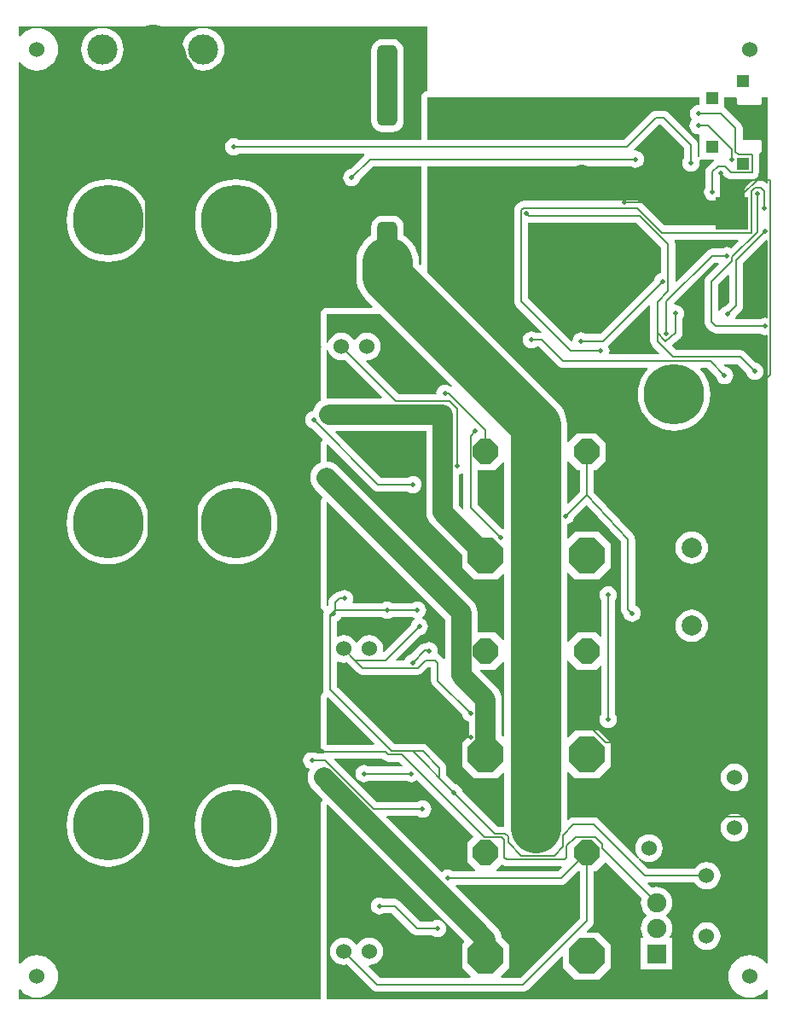
<source format=gbl>
G04 Layer_Physical_Order=2*
G04 Layer_Color=11436288*
%FSLAX24Y24*%
%MOIN*%
G70*
G01*
G75*
%ADD32C,0.0067*%
%ADD33C,0.0787*%
%ADD34C,0.1969*%
%ADD40C,0.1181*%
%ADD41C,0.0600*%
%ADD42C,0.2756*%
%ADD43C,0.2362*%
%ADD44C,0.0787*%
%ADD45P,0.1065X8X292.5*%
%ADD46P,0.1492X8X292.5*%
%ADD47C,0.1000*%
%ADD48C,0.0750*%
%ADD49R,0.0750X0.0750*%
G04:AMPARAMS|DCode=50|XSize=315mil|YSize=78.7mil|CornerRadius=19.7mil|HoleSize=0mil|Usage=FLASHONLY|Rotation=270.000|XOffset=0mil|YOffset=0mil|HoleType=Round|Shape=RoundedRectangle|*
%AMROUNDEDRECTD50*
21,1,0.3150,0.0394,0,0,270.0*
21,1,0.2756,0.0787,0,0,270.0*
1,1,0.0394,-0.0197,-0.1378*
1,1,0.0394,-0.0197,0.1378*
1,1,0.0394,0.0197,0.1378*
1,1,0.0394,0.0197,-0.1378*
%
%ADD50ROUNDEDRECTD50*%
%ADD51R,0.0500X0.0500*%
%ADD52C,0.0197*%
%ADD53C,0.0500*%
%ADD54C,0.0236*%
%ADD55R,0.1300X0.1300*%
G36*
X27498Y30683D02*
Y29350D01*
X27505Y29293D01*
X27462Y29267D01*
X27461Y29267D01*
X27306Y29422D01*
Y30641D01*
X27327Y30644D01*
X27409Y30678D01*
X27448Y30708D01*
X27498Y30683D01*
D02*
G37*
G36*
X29091Y31086D02*
Y28513D01*
X29061Y28493D01*
X29041Y28487D01*
X29014Y28490D01*
X28042Y29463D01*
Y30790D01*
X28729D01*
X29045Y31105D01*
X29091Y31086D01*
D02*
G37*
G36*
X25531Y25038D02*
X25570Y25022D01*
X25578Y24964D01*
X25531Y24929D01*
X25478Y24859D01*
X25444Y24777D01*
X25440Y24744D01*
X24394Y23699D01*
X24347Y23722D01*
X24360Y23819D01*
X24341Y23959D01*
X24287Y24089D01*
X24201Y24201D01*
X24089Y24287D01*
X23959Y24341D01*
X23819Y24360D01*
X23679Y24341D01*
X23548Y24287D01*
X23436Y24201D01*
X23351Y24089D01*
X23344Y24073D01*
X23294D01*
X23287Y24089D01*
X23201Y24201D01*
X23089Y24287D01*
X22959Y24341D01*
X22819Y24360D01*
X22679Y24341D01*
X22598Y24308D01*
X22557Y24336D01*
Y24895D01*
X22579Y24905D01*
X22649Y24958D01*
X22702Y25028D01*
X22715Y25058D01*
X24313D01*
X24339Y25038D01*
X24421Y25004D01*
X24508Y24992D01*
X24595Y25004D01*
X24677Y25038D01*
X24703Y25058D01*
X25505D01*
X25531Y25038D01*
D02*
G37*
G36*
X22198Y35490D02*
X22252Y35359D01*
X22338Y35247D01*
X22450Y35162D01*
X22580Y35108D01*
X22720Y35089D01*
X22858Y35107D01*
X24314Y33652D01*
X24295Y33605D01*
X22244D01*
X22183Y33599D01*
X22146Y33633D01*
Y35505D01*
X22196Y35508D01*
X22198Y35490D01*
D02*
G37*
G36*
X26040Y29160D02*
Y29160D01*
Y29160D01*
X26045Y29116D01*
X26052Y29036D01*
X26088Y28918D01*
X26088Y28918D01*
X26147Y28808D01*
X26188Y28758D01*
X26226Y28712D01*
X26226Y28712D01*
X27440Y27498D01*
Y27006D01*
X27902Y26543D01*
X28828D01*
X29045Y26760D01*
X29091Y26741D01*
Y24693D01*
Y24175D01*
X29045Y24155D01*
X28729Y24471D01*
X28045D01*
Y25245D01*
X28033Y25369D01*
X27997Y25488D01*
X27938Y25597D01*
X27860Y25693D01*
X27860Y25693D01*
X22593Y30959D01*
X22497Y31038D01*
X22388Y31097D01*
X22269Y31133D01*
X22146Y31145D01*
Y31804D01*
X22192Y31823D01*
X23968Y30048D01*
X24024Y30004D01*
X24090Y29977D01*
X24160Y29968D01*
X25335D01*
X25361Y29948D01*
X25443Y29914D01*
X25530Y29902D01*
X25617Y29914D01*
X25699Y29948D01*
X25769Y30001D01*
X25822Y30071D01*
X25856Y30153D01*
X25868Y30240D01*
X25856Y30327D01*
X25822Y30409D01*
X25769Y30479D01*
X25699Y30532D01*
X25617Y30566D01*
X25530Y30578D01*
X25443Y30566D01*
X25361Y30532D01*
X25335Y30512D01*
X24273D01*
X22491Y32293D01*
X22511Y32339D01*
X26040D01*
Y29160D01*
D02*
G37*
G36*
X31951Y30790D02*
X32043D01*
Y29954D01*
X31585Y29496D01*
X31539Y29515D01*
Y31148D01*
X31589Y31151D01*
X31951Y30790D01*
D02*
G37*
G36*
X26779Y24983D02*
Y23436D01*
X26754Y23425D01*
X26729Y23423D01*
X26691Y23472D01*
X26592Y23571D01*
X26536Y23614D01*
X26500Y23629D01*
X26486Y23663D01*
X26498Y23750D01*
X26486Y23837D01*
X26452Y23919D01*
X26399Y23989D01*
X26329Y24042D01*
X26247Y24076D01*
X26160Y24088D01*
X26073Y24076D01*
X25991Y24042D01*
X25975Y24030D01*
X25928Y24024D01*
X25920Y24023D01*
X25892Y24011D01*
X25854Y23996D01*
X25841Y23986D01*
X25798Y23952D01*
X25798Y23952D01*
X25456Y23610D01*
X25423Y23606D01*
X25341Y23572D01*
X25271Y23519D01*
X25218Y23449D01*
X25184Y23367D01*
X25182Y23353D01*
X24883D01*
X24864Y23399D01*
X25824Y24360D01*
X25857Y24364D01*
X25939Y24398D01*
X26009Y24451D01*
X26062Y24521D01*
X26096Y24603D01*
X26108Y24690D01*
X26096Y24777D01*
X26062Y24859D01*
X26009Y24929D01*
X25939Y24982D01*
X25900Y24998D01*
X25892Y25056D01*
X25939Y25091D01*
X25992Y25161D01*
X26026Y25243D01*
X26038Y25330D01*
X26026Y25417D01*
X25992Y25499D01*
X25939Y25569D01*
X25869Y25622D01*
X25787Y25656D01*
X25700Y25668D01*
X25613Y25656D01*
X25531Y25622D01*
X25505Y25602D01*
X24703D01*
X24677Y25622D01*
X24595Y25656D01*
X24508Y25668D01*
X24421Y25656D01*
X24339Y25622D01*
X24313Y25602D01*
X23184D01*
X23151Y25652D01*
X23171Y25700D01*
X23182Y25787D01*
X23171Y25875D01*
X23137Y25956D01*
X23083Y26026D01*
X23013Y26080D01*
X22932Y26113D01*
X22844Y26125D01*
X22757Y26113D01*
X22676Y26080D01*
X22649Y26059D01*
X22638D01*
X22567Y26050D01*
X22502Y26023D01*
X22445Y25980D01*
X22288Y25822D01*
X22244Y25766D01*
X22217Y25700D01*
X22208Y25630D01*
Y25504D01*
X22196Y25496D01*
X22146Y25524D01*
Y29551D01*
X22192Y29570D01*
X26779Y24983D01*
D02*
G37*
G36*
X22679Y23296D02*
X22819Y23278D01*
X22957Y23296D01*
X23067Y23186D01*
X23364Y22889D01*
X23364Y22889D01*
X23408Y22856D01*
X23421Y22846D01*
X23459Y22830D01*
X23486Y22818D01*
X23494Y22817D01*
X23557Y22809D01*
X23557Y22809D01*
X25709D01*
X25779Y22818D01*
X25845Y22846D01*
X25901Y22889D01*
X26119Y23107D01*
X26227D01*
Y22581D01*
X26236Y22511D01*
X26263Y22445D01*
X26306Y22389D01*
X27440Y21256D01*
X27444Y21223D01*
X27478Y21141D01*
X27531Y21071D01*
X27601Y21018D01*
X27683Y20984D01*
X27732Y20977D01*
Y20447D01*
X27440Y20155D01*
Y19230D01*
X27902Y18767D01*
X28828D01*
X29045Y18984D01*
X29091Y18965D01*
Y16866D01*
X28840D01*
X27462Y18244D01*
X27455Y18296D01*
X27421Y18377D01*
X27367Y18447D01*
X27297Y18501D01*
X27216Y18535D01*
X27183Y18539D01*
X26830Y18892D01*
Y19169D01*
X26821Y19239D01*
X26794Y19305D01*
X26751Y19361D01*
X26098Y20014D01*
X26042Y20057D01*
X25976Y20084D01*
X25906Y20093D01*
X24804D01*
X22557Y22340D01*
Y23302D01*
X22598Y23330D01*
X22679Y23296D01*
D02*
G37*
G36*
X29040Y15364D02*
X29106Y15337D01*
X29176Y15328D01*
X31324D01*
X31344Y15282D01*
X31194Y15132D01*
X28792D01*
X28771Y15182D01*
X28991Y15402D01*
X29040Y15364D01*
D02*
G37*
G36*
X32043Y13298D02*
X29717Y10972D01*
X28972D01*
X28952Y11018D01*
X29290Y11356D01*
Y12281D01*
X28988Y12583D01*
X28986Y12605D01*
X28950Y12724D01*
X28891Y12833D01*
X28813Y12929D01*
X28813Y12929D01*
X27200Y14542D01*
X27219Y14588D01*
X31306D01*
X31377Y14597D01*
X31442Y14624D01*
X31499Y14668D01*
X31971Y15140D01*
X32043D01*
Y13298D01*
D02*
G37*
G36*
X29091Y23310D02*
Y20420D01*
X29045Y20401D01*
X28998Y20447D01*
Y21837D01*
X28986Y21960D01*
X28950Y22079D01*
X28891Y22189D01*
X28813Y22285D01*
X28129Y22968D01*
X28148Y23014D01*
X28729D01*
X29045Y23330D01*
X29091Y23310D01*
D02*
G37*
G36*
X24005Y20121D02*
X23986Y20075D01*
X22146D01*
Y21916D01*
X22192Y21935D01*
X24005Y20121D01*
D02*
G37*
G36*
X24365Y19495D02*
X24365Y19495D01*
X24421Y19452D01*
X24487Y19425D01*
X24557Y19415D01*
X24983D01*
X25131Y19268D01*
X25111Y19222D01*
X23805D01*
X23779Y19242D01*
X23697Y19276D01*
X23610Y19288D01*
X23523Y19276D01*
X23441Y19242D01*
X23371Y19189D01*
X23318Y19119D01*
X23284Y19037D01*
X23272Y18950D01*
X23284Y18863D01*
X23318Y18781D01*
X23371Y18711D01*
X23441Y18658D01*
X23523Y18624D01*
X23610Y18612D01*
X23697Y18624D01*
X23779Y18658D01*
X23805Y18678D01*
X25270D01*
X25296Y18658D01*
X25378Y18624D01*
X25465Y18612D01*
X25552Y18624D01*
X25634Y18658D01*
X25695Y18704D01*
X27901Y16497D01*
X27637Y16233D01*
Y15504D01*
X27959Y15182D01*
X27938Y15132D01*
X27075D01*
X27049Y15152D01*
X26967Y15186D01*
X26880Y15198D01*
X26793Y15186D01*
X26711Y15152D01*
X26642Y15099D01*
X24495Y17247D01*
X24514Y17293D01*
X25705D01*
X25731Y17273D01*
X25813Y17239D01*
X25900Y17227D01*
X25987Y17239D01*
X26069Y17273D01*
X26139Y17326D01*
X26192Y17396D01*
X26226Y17478D01*
X26238Y17565D01*
X26226Y17652D01*
X26192Y17734D01*
X26139Y17804D01*
X26069Y17857D01*
X25987Y17891D01*
X25900Y17902D01*
X25813Y17891D01*
X25731Y17857D01*
X25705Y17837D01*
X24093D01*
X22445Y19485D01*
X22464Y19531D01*
X24329D01*
X24365Y19495D01*
D02*
G37*
G36*
X27053Y34098D02*
X27024Y34055D01*
X26982Y34073D01*
X26979Y34073D01*
X26941Y34102D01*
X26859Y34136D01*
X26772Y34148D01*
X26685Y34136D01*
X26603Y34102D01*
X26533Y34049D01*
X26480Y33979D01*
X26446Y33897D01*
X26434Y33810D01*
X26436Y33800D01*
X26403Y33762D01*
X24973D01*
X23690Y35045D01*
X23712Y35090D01*
X23720Y35089D01*
X23860Y35108D01*
X23991Y35162D01*
X24103Y35247D01*
X24189Y35359D01*
X24243Y35490D01*
X24261Y35630D01*
X24243Y35770D01*
X24189Y35900D01*
X24103Y36012D01*
X23991Y36098D01*
X23860Y36152D01*
X23720Y36171D01*
X23581Y36152D01*
X23450Y36098D01*
X23338Y36012D01*
X23252Y35900D01*
X23245Y35884D01*
X23195D01*
X23189Y35900D01*
X23103Y36012D01*
X22991Y36098D01*
X22860Y36152D01*
X22720Y36171D01*
X22580Y36152D01*
X22450Y36098D01*
X22338Y36012D01*
X22252Y35900D01*
X22198Y35770D01*
X22196Y35752D01*
X22146Y35755D01*
Y36909D01*
X24241D01*
X27053Y34098D01*
D02*
G37*
G36*
X36718Y45103D02*
X36690Y45078D01*
X36603Y45066D01*
X36521Y45032D01*
X36451Y44979D01*
X36398Y44909D01*
X36364Y44827D01*
X36352Y44740D01*
X36364Y44653D01*
X36398Y44571D01*
X36435Y44523D01*
X36431Y44498D01*
X36378Y44429D01*
X36344Y44347D01*
X36332Y44260D01*
X36344Y44172D01*
X36378Y44091D01*
X36431Y44021D01*
X36501Y43967D01*
X36583Y43934D01*
X36670Y43922D01*
X36718Y43878D01*
Y43051D01*
X36669Y43025D01*
X36662Y43030D01*
Y43509D01*
X36653Y43579D01*
X36626Y43645D01*
X36582Y43701D01*
X35521Y44762D01*
X35465Y44806D01*
X35399Y44833D01*
X35329Y44842D01*
X35020D01*
X35020Y44842D01*
X34958Y44834D01*
X34950Y44833D01*
X34922Y44822D01*
X34884Y44806D01*
X34828Y44762D01*
X33767Y43702D01*
X26083D01*
Y45374D01*
X36718D01*
Y45103D01*
D02*
G37*
G36*
X38247Y39762D02*
X37958Y39473D01*
X37877Y39506D01*
X37790Y39518D01*
X37703Y39506D01*
X37621Y39472D01*
X37595Y39452D01*
X37210D01*
X37140Y39443D01*
X37074Y39416D01*
X37018Y39372D01*
X35818Y38173D01*
X35772Y38192D01*
Y39630D01*
X35763Y39700D01*
X35739Y39758D01*
X35759Y39808D01*
X38228D01*
X38247Y39762D01*
D02*
G37*
G36*
X26083Y45615D02*
X25991Y45597D01*
X25912Y45544D01*
X25860Y45466D01*
X25842Y45374D01*
Y43702D01*
X18715D01*
X18689Y43722D01*
X18607Y43756D01*
X18520Y43768D01*
X18433Y43756D01*
X18351Y43722D01*
X18281Y43669D01*
X18228Y43599D01*
X18194Y43517D01*
X18182Y43430D01*
X18194Y43343D01*
X18228Y43261D01*
X18281Y43191D01*
X18351Y43138D01*
X18433Y43104D01*
X18520Y43092D01*
X18607Y43104D01*
X18689Y43138D01*
X18715Y43158D01*
X23603D01*
X23623Y43108D01*
X23076Y42560D01*
X23043Y42556D01*
X22961Y42522D01*
X22891Y42469D01*
X22838Y42399D01*
X22804Y42317D01*
X22792Y42230D01*
X22804Y42143D01*
X22838Y42061D01*
X22891Y41991D01*
X22961Y41938D01*
X23043Y41904D01*
X23130Y41892D01*
X23217Y41904D01*
X23299Y41938D01*
X23369Y41991D01*
X23422Y42061D01*
X23456Y42143D01*
X23460Y42176D01*
X23963Y42678D01*
X25842D01*
Y38836D01*
X25796Y38817D01*
X25752Y38861D01*
Y38928D01*
X25737Y39120D01*
X25692Y39307D01*
X25618Y39484D01*
X25518Y39648D01*
X25393Y39794D01*
X25247Y39919D01*
X25161Y39971D01*
Y40306D01*
X25146Y40419D01*
X25103Y40525D01*
X25033Y40615D01*
X24943Y40685D01*
X24837Y40728D01*
X24724Y40743D01*
X24331D01*
X24218Y40728D01*
X24112Y40685D01*
X24022Y40615D01*
X23952Y40525D01*
X23909Y40419D01*
X23894Y40306D01*
Y39971D01*
X23808Y39919D01*
X23662Y39794D01*
X23537Y39648D01*
X23437Y39484D01*
X23363Y39307D01*
X23318Y39120D01*
X23303Y38928D01*
Y38354D01*
X23318Y38162D01*
X23363Y37976D01*
X23437Y37798D01*
X23537Y37634D01*
X23662Y37488D01*
X23954Y37196D01*
X23935Y37150D01*
X22146D01*
X22053Y37132D01*
X21975Y37080D01*
X21923Y37002D01*
X21905Y36909D01*
Y35755D01*
X21912Y35717D01*
X21918Y35678D01*
X21922Y35671D01*
X21923Y35663D01*
X21945Y35630D01*
X21945Y35630D01*
X21945Y35630D01*
X21923Y35597D01*
X21922Y35589D01*
X21918Y35582D01*
X21912Y35543D01*
X21905Y35505D01*
Y33633D01*
X21906Y33627D01*
X21905Y33621D01*
X21915Y33581D01*
X21923Y33541D01*
X21896Y33501D01*
X21892Y33499D01*
X21797Y33420D01*
X21718Y33324D01*
X21659Y33215D01*
X21623Y33096D01*
X21623Y33095D01*
X21553Y33086D01*
X21471Y33052D01*
X21401Y32999D01*
X21348Y32929D01*
X21314Y32847D01*
X21302Y32760D01*
X21314Y32673D01*
X21348Y32591D01*
X21401Y32521D01*
X21471Y32468D01*
X21553Y32434D01*
X21586Y32430D01*
X21987Y32029D01*
X21982Y31979D01*
X21975Y31975D01*
X21949Y31936D01*
X21923Y31896D01*
X21923Y31896D01*
X21905Y31804D01*
X21905Y31804D01*
Y31145D01*
X21912Y31110D01*
X21913Y31099D01*
X21903Y31097D01*
X21794Y31038D01*
X21698Y30959D01*
X21619Y30863D01*
X21561Y30754D01*
X21525Y30635D01*
X21513Y30512D01*
X21525Y30388D01*
X21561Y30270D01*
X21619Y30160D01*
X21698Y30064D01*
X21987Y29776D01*
X21982Y29726D01*
X21975Y29722D01*
X21949Y29683D01*
X21923Y29643D01*
X21923Y29643D01*
X21905Y29551D01*
X21905Y29551D01*
Y25524D01*
X21911Y25491D01*
X21914Y25458D01*
X21920Y25445D01*
X21923Y25432D01*
X21942Y25404D01*
X21957Y25374D01*
X21968Y25365D01*
X21975Y25354D01*
X22003Y25335D01*
X22029Y25313D01*
X22030Y25313D01*
X22044Y25266D01*
X22017Y25200D01*
X22008Y25130D01*
Y22231D01*
X22017Y22161D01*
X22032Y22124D01*
X21975Y22086D01*
X21949Y22047D01*
X21923Y22008D01*
X21923Y22008D01*
X21905Y21916D01*
X21905Y21915D01*
Y20075D01*
X21923Y19983D01*
X21975Y19905D01*
X22047Y19857D01*
Y19742D01*
X21765D01*
X21739Y19762D01*
X21657Y19796D01*
X21570Y19808D01*
X21483Y19796D01*
X21401Y19762D01*
X21331Y19709D01*
X21278Y19639D01*
X21244Y19557D01*
X21232Y19470D01*
X21244Y19383D01*
X21278Y19301D01*
X21331Y19231D01*
X21401Y19178D01*
X21465Y19151D01*
X21493Y19098D01*
X21462Y19041D01*
X21426Y18923D01*
X21414Y18799D01*
X21426Y18676D01*
X21462Y18557D01*
X21521Y18448D01*
X21600Y18352D01*
X21987Y17965D01*
X21982Y17915D01*
X21975Y17911D01*
X21949Y17872D01*
X21923Y17832D01*
X21923Y17832D01*
X21905Y17740D01*
X21905Y17740D01*
Y10120D01*
X10120D01*
Y10502D01*
X10170Y10520D01*
X10239Y10436D01*
X10365Y10333D01*
X10509Y10256D01*
X10665Y10209D01*
X10827Y10193D01*
X10989Y10209D01*
X11145Y10256D01*
X11288Y10333D01*
X11414Y10436D01*
X11518Y10562D01*
X11594Y10706D01*
X11642Y10862D01*
X11658Y11024D01*
X11642Y11186D01*
X11594Y11342D01*
X11518Y11485D01*
X11414Y11611D01*
X11288Y11714D01*
X11145Y11791D01*
X10989Y11838D01*
X10827Y11854D01*
X10665Y11838D01*
X10509Y11791D01*
X10365Y11714D01*
X10239Y11611D01*
X10170Y11527D01*
X10120Y11545D01*
Y46723D01*
X10170Y46741D01*
X10239Y46657D01*
X10365Y46553D01*
X10509Y46477D01*
X10665Y46429D01*
X10827Y46413D01*
X10989Y46429D01*
X11145Y46477D01*
X11288Y46553D01*
X11414Y46657D01*
X11518Y46783D01*
X11594Y46926D01*
X11642Y47082D01*
X11658Y47244D01*
X11642Y47406D01*
X11594Y47562D01*
X11518Y47706D01*
X11414Y47832D01*
X11288Y47935D01*
X11145Y48012D01*
X10989Y48059D01*
X10827Y48075D01*
X10665Y48059D01*
X10509Y48012D01*
X10365Y47935D01*
X10239Y47832D01*
X10170Y47748D01*
X10120Y47766D01*
Y48147D01*
X26083D01*
Y45615D01*
D02*
G37*
G36*
X39387Y42016D02*
X39341Y41997D01*
X39312Y42026D01*
X39256Y42069D01*
X39190Y42096D01*
X39120Y42105D01*
X38880D01*
X38880Y42105D01*
X38810Y42096D01*
X38744Y42069D01*
X38731Y42059D01*
X38688Y42026D01*
X38688Y42026D01*
X38550Y41888D01*
X38507Y41832D01*
X38480Y41766D01*
X38471Y41696D01*
Y40352D01*
X35352D01*
X34462Y41242D01*
X34405Y41286D01*
X34340Y41313D01*
X34269Y41322D01*
X29840D01*
X29770Y41313D01*
X29704Y41286D01*
X29648Y41242D01*
X29568Y41162D01*
X29524Y41106D01*
X29497Y41040D01*
X29488Y40970D01*
Y37390D01*
X29497Y37320D01*
X29524Y37254D01*
X29568Y37198D01*
X30556Y36210D01*
X30533Y36162D01*
X30355D01*
X30329Y36182D01*
X30247Y36216D01*
X30160Y36228D01*
X30073Y36216D01*
X29991Y36182D01*
X29921Y36129D01*
X29868Y36059D01*
X29834Y35977D01*
X29822Y35890D01*
X29834Y35803D01*
X29868Y35721D01*
X29921Y35651D01*
X29991Y35598D01*
X30073Y35564D01*
X30160Y35552D01*
X30247Y35564D01*
X30329Y35598D01*
X30355Y35618D01*
X30437D01*
X31188Y34868D01*
X31244Y34824D01*
X31310Y34797D01*
X31380Y34788D01*
X34677D01*
X34700Y34738D01*
X34578Y34595D01*
X34462Y34405D01*
X34376Y34199D01*
X34324Y33982D01*
X34307Y33760D01*
X34324Y33537D01*
X34376Y33321D01*
X34462Y33114D01*
X34578Y32924D01*
X34723Y32755D01*
X34893Y32610D01*
X35083Y32493D01*
X35289Y32408D01*
X35506Y32356D01*
X35728Y32338D01*
X35951Y32356D01*
X36168Y32408D01*
X36374Y32493D01*
X36564Y32610D01*
X36734Y32755D01*
X36879Y32924D01*
X36995Y33114D01*
X37080Y33321D01*
X37133Y33537D01*
X37150Y33760D01*
X37133Y33982D01*
X37080Y34199D01*
X36995Y34405D01*
X36879Y34595D01*
X36757Y34738D01*
X36780Y34788D01*
X37025D01*
X37370Y34444D01*
X37374Y34411D01*
X37408Y34329D01*
X37461Y34259D01*
X37531Y34206D01*
X37613Y34172D01*
X37700Y34160D01*
X37787Y34172D01*
X37869Y34206D01*
X37939Y34259D01*
X37992Y34329D01*
X38026Y34411D01*
X38038Y34498D01*
X38026Y34585D01*
X37992Y34667D01*
X37939Y34737D01*
X37869Y34790D01*
X37787Y34824D01*
X37754Y34828D01*
X37681Y34902D01*
X37700Y34948D01*
X38205D01*
X38548Y34606D01*
X38552Y34573D01*
X38586Y34491D01*
X38639Y34421D01*
X38709Y34368D01*
X38791Y34334D01*
X38878Y34322D01*
X38965Y34334D01*
X39047Y34368D01*
X39117Y34421D01*
X39170Y34491D01*
X39204Y34573D01*
X39215Y34660D01*
X39204Y34747D01*
X39170Y34829D01*
X39117Y34899D01*
X39047Y34952D01*
X38965Y34986D01*
X38932Y34990D01*
X38510Y35412D01*
X38454Y35456D01*
X38388Y35483D01*
X38318Y35492D01*
X35804D01*
X35647Y35649D01*
X35650Y35699D01*
X35960Y35948D01*
X35971Y35959D01*
X35982Y35968D01*
X35995Y35984D01*
X36009Y35999D01*
X36016Y36012D01*
X36026Y36024D01*
X36034Y36043D01*
X36044Y36061D01*
X36047Y36076D01*
X36053Y36090D01*
X36055Y36110D01*
X36060Y36130D01*
X36060Y36145D01*
X36062Y36160D01*
Y36725D01*
X36082Y36751D01*
X36116Y36833D01*
X36128Y36920D01*
X36116Y37007D01*
X36082Y37089D01*
X36029Y37159D01*
X35959Y37212D01*
X35877Y37246D01*
X35790Y37258D01*
X35752Y37253D01*
X35742Y37260D01*
X35733Y37318D01*
X37323Y38908D01*
X37468D01*
X37487Y38862D01*
X36998Y38372D01*
X36954Y38316D01*
X36927Y38250D01*
X36918Y38180D01*
Y36590D01*
X36927Y36520D01*
X36954Y36454D01*
X36998Y36398D01*
X37168Y36228D01*
X37224Y36184D01*
X37290Y36157D01*
X37360Y36148D01*
X39075D01*
X39101Y36128D01*
X39183Y36094D01*
X39270Y36082D01*
X39337Y36091D01*
X39387Y36058D01*
Y11545D01*
X39337Y11527D01*
X39269Y11611D01*
X39143Y11714D01*
X38999Y11791D01*
X38843Y11838D01*
X38681Y11854D01*
X38519Y11838D01*
X38363Y11791D01*
X38220Y11714D01*
X38094Y11611D01*
X37990Y11485D01*
X37914Y11342D01*
X37866Y11186D01*
X37850Y11024D01*
X37866Y10862D01*
X37914Y10706D01*
X37990Y10562D01*
X38094Y10436D01*
X38220Y10333D01*
X38363Y10256D01*
X38519Y10209D01*
X38681Y10193D01*
X38843Y10209D01*
X38999Y10256D01*
X39143Y10333D01*
X39269Y10436D01*
X39337Y10520D01*
X39387Y10502D01*
Y10120D01*
X22146D01*
Y17740D01*
X22192Y17759D01*
X27530Y12421D01*
Y12371D01*
X27440Y12281D01*
Y11356D01*
X27777Y11018D01*
X27758Y10972D01*
X24239D01*
X23788Y11423D01*
X23810Y11468D01*
X23819Y11467D01*
X23959Y11485D01*
X24089Y11539D01*
X24201Y11625D01*
X24287Y11737D01*
X24341Y11868D01*
X24360Y12008D01*
X24341Y12148D01*
X24287Y12278D01*
X24201Y12390D01*
X24089Y12476D01*
X23959Y12530D01*
X23819Y12549D01*
X23679Y12530D01*
X23548Y12476D01*
X23436Y12390D01*
X23351Y12278D01*
X23344Y12262D01*
X23294D01*
X23287Y12278D01*
X23201Y12390D01*
X23089Y12476D01*
X22959Y12530D01*
X22819Y12549D01*
X22679Y12530D01*
X22548Y12476D01*
X22436Y12390D01*
X22351Y12278D01*
X22296Y12148D01*
X22278Y12008D01*
X22296Y11868D01*
X22351Y11737D01*
X22436Y11625D01*
X22548Y11539D01*
X22679Y11485D01*
X22819Y11467D01*
X22957Y11485D01*
X23934Y10508D01*
X23991Y10464D01*
X24056Y10437D01*
X24127Y10428D01*
X24127Y10428D01*
X29830D01*
X29900Y10437D01*
X29966Y10464D01*
X30022Y10508D01*
X31344Y11829D01*
X31390Y11810D01*
Y11356D01*
X31852Y10893D01*
X32778D01*
X33240Y11356D01*
Y12281D01*
X32778Y12744D01*
X32324D01*
X32305Y12790D01*
X32507Y12993D01*
X32551Y13049D01*
X32578Y13115D01*
X32587Y13185D01*
Y15140D01*
X32679D01*
X33016Y15477D01*
X33084Y15481D01*
X34460Y14104D01*
X34437Y14029D01*
X34425Y13909D01*
X34437Y13790D01*
X34472Y13674D01*
X34529Y13568D01*
X34605Y13475D01*
X34655Y13434D01*
Y13384D01*
X34605Y13344D01*
X34529Y13251D01*
X34472Y13144D01*
X34437Y13029D01*
X34425Y12909D01*
X34437Y12790D01*
X34472Y12674D01*
X34527Y12571D01*
X34520Y12543D01*
X34509Y12521D01*
X34428D01*
Y11298D01*
X35651D01*
Y12521D01*
X35569D01*
X35559Y12543D01*
X35551Y12571D01*
X35607Y12674D01*
X35642Y12790D01*
X35654Y12909D01*
X35642Y13029D01*
X35607Y13144D01*
X35550Y13251D01*
X35474Y13344D01*
X35424Y13384D01*
Y13434D01*
X35474Y13475D01*
X35550Y13568D01*
X35607Y13674D01*
X35642Y13790D01*
X35654Y13909D01*
X35642Y14029D01*
X35607Y14144D01*
X35550Y14251D01*
X35474Y14344D01*
X35381Y14420D01*
X35274Y14477D01*
X35159Y14512D01*
X35039Y14524D01*
X34920Y14512D01*
X34844Y14489D01*
X34691Y14642D01*
X34710Y14689D01*
X36533D01*
X36618Y14578D01*
X36730Y14492D01*
X36860Y14438D01*
X37000Y14420D01*
X37140Y14438D01*
X37270Y14492D01*
X37382Y14578D01*
X37468Y14690D01*
X37522Y14821D01*
X37541Y14961D01*
X37522Y15101D01*
X37468Y15231D01*
X37382Y15343D01*
X37270Y15429D01*
X37140Y15483D01*
X37000Y15501D01*
X36860Y15483D01*
X36730Y15429D01*
X36618Y15343D01*
X36533Y15233D01*
X34712D01*
X34332Y15613D01*
X34359Y15644D01*
X34363Y15649D01*
X34364Y15650D01*
X34395Y15627D01*
X34396Y15627D01*
D01*
X34474Y15567D01*
X34604Y15513D01*
X34744Y15495D01*
X34884Y15513D01*
X35015Y15567D01*
X35127Y15653D01*
X35212Y15765D01*
X35267Y15895D01*
X35285Y16035D01*
X35267Y16175D01*
X35212Y16306D01*
X35127Y16418D01*
X35015Y16504D01*
X34884Y16558D01*
X34744Y16576D01*
X34604Y16558D01*
X34474Y16504D01*
X34362Y16418D01*
X34276Y16306D01*
X34222Y16175D01*
X34203Y16035D01*
X34222Y15895D01*
X34276Y15765D01*
X34335Y15688D01*
X34335Y15688D01*
X34336Y15687D01*
X34358Y15655D01*
X34357Y15654D01*
X34353Y15650D01*
X34322Y15623D01*
X32792Y17152D01*
X32736Y17196D01*
X32670Y17223D01*
X32600Y17232D01*
X31800D01*
X31800Y17232D01*
X31730Y17223D01*
X31664Y17196D01*
X31608Y17152D01*
X31585Y17130D01*
X31539Y17149D01*
Y19015D01*
X31585Y19034D01*
X31852Y18767D01*
X32778D01*
X33240Y19230D01*
Y20155D01*
X32778Y20618D01*
X31852D01*
X31585Y20351D01*
X31539Y20370D01*
Y23372D01*
X31589Y23376D01*
X31951Y23014D01*
X32679D01*
X32842Y23177D01*
X32888Y23158D01*
Y21265D01*
X32868Y21239D01*
X32834Y21157D01*
X32822Y21070D01*
X32834Y20983D01*
X32868Y20901D01*
X32921Y20831D01*
X32991Y20778D01*
X33073Y20744D01*
X33160Y20732D01*
X33247Y20744D01*
X33329Y20778D01*
X33399Y20831D01*
X33452Y20901D01*
X33486Y20983D01*
X33498Y21070D01*
X33486Y21157D01*
X33452Y21239D01*
X33432Y21265D01*
Y25730D01*
X33452Y25756D01*
X33486Y25838D01*
X33498Y25925D01*
X33486Y26013D01*
X33452Y26094D01*
X33399Y26164D01*
X33329Y26218D01*
X33247Y26251D01*
X33160Y26263D01*
X33073Y26251D01*
X32991Y26218D01*
X32921Y26164D01*
X32868Y26094D01*
X32834Y26013D01*
X32822Y25925D01*
X32834Y25838D01*
X32868Y25756D01*
X32888Y25730D01*
Y24327D01*
X32842Y24308D01*
X32679Y24471D01*
X31951D01*
X31589Y24109D01*
X31539Y24113D01*
Y24693D01*
Y26791D01*
X31585Y26810D01*
X31852Y26543D01*
X32778D01*
X33240Y27006D01*
Y27931D01*
X32778Y28393D01*
X31852D01*
X31585Y28126D01*
X31539Y28145D01*
Y28685D01*
X31577Y28690D01*
X31659Y28724D01*
X31729Y28777D01*
X31782Y28847D01*
X31816Y28929D01*
X31820Y28962D01*
X32282Y29424D01*
X32332Y29423D01*
X33658Y27993D01*
Y25374D01*
X33667Y25303D01*
X33694Y25238D01*
X33738Y25181D01*
X33760Y25159D01*
X33764Y25126D01*
X33798Y25045D01*
X33851Y24975D01*
X33921Y24921D01*
X34003Y24888D01*
X34090Y24876D01*
X34177Y24888D01*
X34259Y24921D01*
X34329Y24975D01*
X34382Y25045D01*
X34416Y25126D01*
X34428Y25214D01*
X34416Y25301D01*
X34382Y25383D01*
X34329Y25452D01*
X34259Y25506D01*
X34202Y25530D01*
Y28100D01*
X34198Y28130D01*
X34195Y28160D01*
X34193Y28165D01*
X34193Y28170D01*
X34181Y28199D01*
X34171Y28227D01*
X34168Y28231D01*
X34166Y28236D01*
X34147Y28260D01*
X34129Y28285D01*
X32587Y29948D01*
Y30790D01*
X32679D01*
X33043Y31154D01*
Y31882D01*
X32679Y32246D01*
X31951D01*
X31589Y31885D01*
X31539Y31889D01*
Y32468D01*
Y32567D01*
X31539Y32567D01*
X31524Y32758D01*
X31479Y32945D01*
X31458Y32997D01*
X31406Y33122D01*
X31305Y33286D01*
X31181Y33432D01*
X31181Y33432D01*
X26083Y38530D01*
Y42678D01*
X34015D01*
X34041Y42658D01*
X34123Y42624D01*
X34210Y42612D01*
X34297Y42624D01*
X34379Y42658D01*
X34449Y42711D01*
X34502Y42781D01*
X34536Y42863D01*
X34548Y42950D01*
X34536Y43037D01*
X34502Y43119D01*
X34449Y43189D01*
X34379Y43242D01*
X34297Y43276D01*
X34210Y43288D01*
X34190Y43285D01*
X34167Y43332D01*
X35133Y44298D01*
X35216D01*
X36118Y43396D01*
Y42988D01*
X36098Y42961D01*
X36064Y42880D01*
X36052Y42792D01*
X36064Y42705D01*
X36098Y42624D01*
X36151Y42554D01*
X36221Y42500D01*
X36303Y42466D01*
X36390Y42455D01*
X36477Y42466D01*
X36559Y42500D01*
X36629Y42554D01*
X36682Y42624D01*
X36716Y42705D01*
X36728Y42792D01*
X36716Y42880D01*
X36706Y42904D01*
X36742Y42949D01*
X37282D01*
X37289Y42934D01*
X37295Y42899D01*
X37248Y42862D01*
X37038Y42652D01*
X36994Y42596D01*
X36967Y42530D01*
X36958Y42460D01*
Y41865D01*
X36938Y41839D01*
X36904Y41757D01*
X36892Y41670D01*
X36904Y41583D01*
X36938Y41501D01*
X36991Y41431D01*
X37061Y41378D01*
X37143Y41344D01*
X37230Y41332D01*
X37317Y41344D01*
X37399Y41378D01*
X37469Y41431D01*
X37522Y41501D01*
X37556Y41583D01*
X37568Y41670D01*
X37556Y41757D01*
X37522Y41839D01*
X37502Y41865D01*
Y42347D01*
X37553Y42398D01*
X37593D01*
X37758Y42233D01*
X37758Y42233D01*
X37814Y42190D01*
X37880Y42162D01*
X37950Y42153D01*
X38770D01*
X38840Y42162D01*
X38906Y42190D01*
X38962Y42233D01*
X39006Y42289D01*
X39033Y42355D01*
X39042Y42425D01*
Y43130D01*
X39038Y43157D01*
X39075Y43208D01*
X39088Y43210D01*
X39101Y43213D01*
X39101Y43213D01*
X39102Y43213D01*
X39112Y43220D01*
X39123Y43228D01*
X39123Y43228D01*
X39124Y43228D01*
X39131Y43239D01*
X39138Y43250D01*
X39138Y43250D01*
X39138Y43250D01*
X39141Y43263D01*
X39143Y43276D01*
X39143Y43278D01*
Y43632D01*
X39138Y43658D01*
X39128Y43673D01*
X39123Y43680D01*
X39123D01*
Y43680D01*
X39116Y43685D01*
X39101Y43695D01*
X39075Y43700D01*
X38402Y43700D01*
Y44160D01*
X38393Y44230D01*
X38377Y44269D01*
X38366Y44296D01*
X38322Y44352D01*
X37742Y44932D01*
X37691Y44972D01*
Y45374D01*
X38140D01*
X38175Y45338D01*
X38175Y45326D01*
X38175Y45325D01*
X38175Y45324D01*
X38177Y45147D01*
X38179Y45140D01*
X38179Y45134D01*
X38181Y45127D01*
X38183Y45121D01*
X38186Y45115D01*
X38189Y45109D01*
X38194Y45104D01*
X38198Y45099D01*
X38203Y45095D01*
X38208Y45091D01*
X38210Y45089D01*
X38216Y45087D01*
X38221Y45083D01*
X38228Y45082D01*
X38235Y45079D01*
X38241Y45079D01*
X38247Y45078D01*
X38661Y45074D01*
X38661Y45074D01*
X38662Y45074D01*
X39075Y45078D01*
X39088Y45080D01*
X39101Y45083D01*
X39101Y45083D01*
X39102Y45083D01*
X39112Y45091D01*
X39123Y45098D01*
X39123Y45098D01*
X39124Y45098D01*
X39131Y45109D01*
X39138Y45120D01*
X39138Y45120D01*
X39138Y45120D01*
X39141Y45133D01*
X39143Y45146D01*
X39143Y45148D01*
Y45374D01*
X39387D01*
Y42016D01*
D02*
G37*
G36*
Y39758D02*
Y36782D01*
X39337Y36749D01*
X39270Y36758D01*
X39183Y36746D01*
X39101Y36712D01*
X39075Y36692D01*
X38148D01*
X38121Y36742D01*
X38146Y36803D01*
X38150Y36836D01*
X38341Y37026D01*
X38341Y37026D01*
X38384Y37082D01*
X38411Y37148D01*
X38420Y37218D01*
Y38886D01*
X39324Y39790D01*
X39337Y39791D01*
X39387Y39758D01*
D02*
G37*
G36*
X37876Y38416D02*
Y37331D01*
X37766Y37220D01*
X37733Y37216D01*
X37651Y37182D01*
X37581Y37129D01*
X37528Y37059D01*
X37512Y37021D01*
X37462Y37031D01*
Y38067D01*
X37830Y38435D01*
X37876Y38416D01*
D02*
G37*
G36*
X34799Y37239D02*
Y36160D01*
Y35840D01*
X34808Y35770D01*
X34836Y35704D01*
X34879Y35648D01*
X35148Y35378D01*
X35129Y35332D01*
X33217D01*
X33216Y35334D01*
X33191Y35382D01*
X33202Y35460D01*
X33190Y35547D01*
X33156Y35629D01*
X33141Y35649D01*
X33152Y35658D01*
X34753Y37258D01*
X34799Y37239D01*
D02*
G37*
G36*
X35228Y39517D02*
Y38492D01*
X35183Y38486D01*
X35101Y38452D01*
X35031Y38399D01*
X34978Y38329D01*
X34944Y38247D01*
X34940Y38214D01*
X32847Y36122D01*
X32292D01*
X32265Y36142D01*
X32184Y36176D01*
X32096Y36188D01*
X32009Y36176D01*
X31928Y36142D01*
X31858Y36089D01*
X31804Y36019D01*
X31770Y35937D01*
X31759Y35850D01*
X31760Y35842D01*
X31715Y35819D01*
X30032Y37503D01*
Y40453D01*
X30060Y40478D01*
X34267D01*
X35228Y39517D01*
D02*
G37*
%LPC*%
G36*
X13602Y18548D02*
X13349Y18528D01*
X13102Y18469D01*
X12867Y18372D01*
X12651Y18239D01*
X12457Y18074D01*
X12292Y17881D01*
X12160Y17664D01*
X12062Y17429D01*
X12003Y17182D01*
X11983Y16929D01*
X12003Y16676D01*
X12062Y16429D01*
X12160Y16194D01*
X12292Y15977D01*
X12457Y15784D01*
X12651Y15619D01*
X12867Y15486D01*
X13102Y15389D01*
X13349Y15330D01*
X13602Y15310D01*
X13856Y15330D01*
X14103Y15389D01*
X14337Y15486D01*
X14554Y15619D01*
X14747Y15784D01*
X14912Y15977D01*
X15045Y16194D01*
X15142Y16429D01*
X15202Y16676D01*
X15222Y16929D01*
X15202Y17182D01*
X15142Y17429D01*
X15045Y17664D01*
X14912Y17881D01*
X14747Y18074D01*
X14554Y18239D01*
X14337Y18372D01*
X14103Y18469D01*
X13856Y18528D01*
X13602Y18548D01*
D02*
G37*
G36*
X18602D02*
X18349Y18528D01*
X18102Y18469D01*
X17867Y18372D01*
X17651Y18239D01*
X17457Y18074D01*
X17292Y17881D01*
X17160Y17664D01*
X17062Y17429D01*
X17003Y17182D01*
X16983Y16929D01*
X17003Y16676D01*
X17062Y16429D01*
X17160Y16194D01*
X17292Y15977D01*
X17457Y15784D01*
X17651Y15619D01*
X17867Y15486D01*
X18102Y15389D01*
X18349Y15330D01*
X18602Y15310D01*
X18856Y15330D01*
X19103Y15389D01*
X19337Y15486D01*
X19554Y15619D01*
X19747Y15784D01*
X19912Y15977D01*
X20045Y16194D01*
X20142Y16429D01*
X20202Y16676D01*
X20222Y16929D01*
X20202Y17182D01*
X20142Y17429D01*
X20045Y17664D01*
X19912Y17881D01*
X19747Y18074D01*
X19554Y18239D01*
X19337Y18372D01*
X19103Y18469D01*
X18856Y18528D01*
X18602Y18548D01*
D02*
G37*
G36*
X38091Y17372D02*
X37951Y17353D01*
X37820Y17299D01*
X37708Y17213D01*
X37622Y17101D01*
X37568Y16971D01*
X37550Y16831D01*
X37568Y16691D01*
X37622Y16560D01*
X37708Y16448D01*
X37820Y16362D01*
X37951Y16308D01*
X38091Y16290D01*
X38231Y16308D01*
X38361Y16362D01*
X38473Y16448D01*
X38559Y16560D01*
X38613Y16691D01*
X38631Y16831D01*
X38613Y16971D01*
X38559Y17101D01*
X38473Y17213D01*
X38361Y17299D01*
X38231Y17353D01*
X38091Y17372D01*
D02*
G37*
G36*
X13386Y48075D02*
X13224Y48059D01*
X13068Y48012D01*
X12924Y47935D01*
X12798Y47832D01*
X12695Y47706D01*
X12618Y47562D01*
X12571Y47406D01*
X12555Y47244D01*
X12571Y47082D01*
X12618Y46926D01*
X12695Y46783D01*
X12798Y46657D01*
X12924Y46553D01*
X13068Y46477D01*
X13224Y46429D01*
X13386Y46413D01*
X13548Y46429D01*
X13704Y46477D01*
X13847Y46553D01*
X13973Y46657D01*
X14077Y46783D01*
X14153Y46926D01*
X14201Y47082D01*
X14217Y47244D01*
X14201Y47406D01*
X14153Y47562D01*
X14077Y47706D01*
X13973Y47832D01*
X13847Y47935D01*
X13704Y48012D01*
X13548Y48059D01*
X13386Y48075D01*
D02*
G37*
G36*
X17323D02*
X17161Y48059D01*
X17005Y48012D01*
X16861Y47935D01*
X16735Y47832D01*
X16632Y47706D01*
X16555Y47562D01*
X16508Y47406D01*
X16492Y47244D01*
X16508Y47082D01*
X16555Y46926D01*
X16632Y46783D01*
X16735Y46657D01*
X16861Y46553D01*
X17005Y46477D01*
X17161Y46429D01*
X17323Y46413D01*
X17485Y46429D01*
X17641Y46477D01*
X17784Y46553D01*
X17910Y46657D01*
X18014Y46783D01*
X18090Y46926D01*
X18138Y47082D01*
X18154Y47244D01*
X18138Y47406D01*
X18090Y47562D01*
X18014Y47706D01*
X17910Y47832D01*
X17784Y47935D01*
X17641Y48012D01*
X17485Y48059D01*
X17323Y48075D01*
D02*
G37*
G36*
X37000Y13139D02*
X36860Y13121D01*
X36730Y13067D01*
X36618Y12981D01*
X36532Y12869D01*
X36478Y12738D01*
X36459Y12598D01*
X36478Y12458D01*
X36532Y12328D01*
X36618Y12216D01*
X36730Y12130D01*
X36860Y12076D01*
X37000Y12058D01*
X37140Y12076D01*
X37270Y12130D01*
X37382Y12216D01*
X37468Y12328D01*
X37522Y12458D01*
X37541Y12598D01*
X37522Y12738D01*
X37468Y12869D01*
X37382Y12981D01*
X37270Y13067D01*
X37140Y13121D01*
X37000Y13139D01*
D02*
G37*
G36*
X24213Y14117D02*
X24125Y14106D01*
X24044Y14072D01*
X23974Y14018D01*
X23920Y13948D01*
X23887Y13867D01*
X23875Y13780D01*
X23887Y13692D01*
X23920Y13611D01*
X23974Y13541D01*
X24044Y13487D01*
X24125Y13454D01*
X24213Y13442D01*
X24300Y13454D01*
X24381Y13487D01*
X24408Y13508D01*
X24690D01*
X25497Y12701D01*
X25553Y12658D01*
X25619Y12631D01*
X25689Y12622D01*
X25689Y12622D01*
X26281D01*
X26308Y12601D01*
X26389Y12568D01*
X26476Y12556D01*
X26564Y12568D01*
X26645Y12601D01*
X26715Y12655D01*
X26769Y12725D01*
X26802Y12806D01*
X26814Y12894D01*
X26802Y12981D01*
X26769Y13062D01*
X26715Y13132D01*
X26645Y13186D01*
X26564Y13220D01*
X26476Y13231D01*
X26389Y13220D01*
X26308Y13186D01*
X26281Y13166D01*
X25802D01*
X24995Y13972D01*
X24939Y14015D01*
X24874Y14042D01*
X24803Y14052D01*
X24408D01*
X24381Y14072D01*
X24300Y14106D01*
X24213Y14117D01*
D02*
G37*
G36*
X13602Y42170D02*
X13349Y42150D01*
X13102Y42091D01*
X12867Y41994D01*
X12651Y41861D01*
X12457Y41696D01*
X12292Y41503D01*
X12160Y41286D01*
X12062Y41052D01*
X12003Y40804D01*
X11983Y40551D01*
X12003Y40298D01*
X12062Y40051D01*
X12160Y39816D01*
X12292Y39599D01*
X12457Y39406D01*
X12651Y39241D01*
X12867Y39108D01*
X13102Y39011D01*
X13349Y38952D01*
X13602Y38932D01*
X13856Y38952D01*
X14103Y39011D01*
X14337Y39108D01*
X14554Y39241D01*
X14747Y39406D01*
X14912Y39599D01*
X15045Y39816D01*
X15142Y40051D01*
X15202Y40298D01*
X15222Y40551D01*
X15202Y40804D01*
X15142Y41052D01*
X15045Y41286D01*
X14912Y41503D01*
X14747Y41696D01*
X14554Y41861D01*
X14337Y41994D01*
X14103Y42091D01*
X13856Y42150D01*
X13602Y42170D01*
D02*
G37*
G36*
Y30359D02*
X13349Y30339D01*
X13102Y30280D01*
X12867Y30183D01*
X12651Y30050D01*
X12457Y29885D01*
X12292Y29692D01*
X12160Y29475D01*
X12062Y29241D01*
X12003Y28993D01*
X11983Y28740D01*
X12003Y28487D01*
X12062Y28240D01*
X12160Y28005D01*
X12292Y27788D01*
X12457Y27595D01*
X12651Y27430D01*
X12867Y27297D01*
X13102Y27200D01*
X13349Y27141D01*
X13602Y27121D01*
X13856Y27141D01*
X14103Y27200D01*
X14337Y27297D01*
X14554Y27430D01*
X14747Y27595D01*
X14912Y27788D01*
X15045Y28005D01*
X15142Y28240D01*
X15202Y28487D01*
X15222Y28740D01*
X15202Y28993D01*
X15142Y29241D01*
X15045Y29475D01*
X14912Y29692D01*
X14747Y29885D01*
X14554Y30050D01*
X14337Y30183D01*
X14103Y30280D01*
X13856Y30339D01*
X13602Y30359D01*
D02*
G37*
G36*
X36417Y25353D02*
X36293Y25341D01*
X36174Y25305D01*
X36065Y25247D01*
X35969Y25168D01*
X35890Y25072D01*
X35832Y24963D01*
X35796Y24844D01*
X35784Y24720D01*
X35796Y24597D01*
X35832Y24478D01*
X35890Y24369D01*
X35969Y24273D01*
X36065Y24194D01*
X36174Y24136D01*
X36293Y24100D01*
X36417Y24088D01*
X36540Y24100D01*
X36659Y24136D01*
X36768Y24194D01*
X36864Y24273D01*
X36943Y24369D01*
X37001Y24478D01*
X37037Y24597D01*
X37050Y24720D01*
X37037Y24844D01*
X37001Y24963D01*
X36943Y25072D01*
X36864Y25168D01*
X36768Y25247D01*
X36659Y25305D01*
X36540Y25341D01*
X36417Y25353D01*
D02*
G37*
G36*
X18602Y42170D02*
X18349Y42150D01*
X18102Y42091D01*
X17867Y41994D01*
X17651Y41861D01*
X17457Y41696D01*
X17292Y41503D01*
X17160Y41286D01*
X17062Y41052D01*
X17003Y40804D01*
X16983Y40551D01*
X17003Y40298D01*
X17062Y40051D01*
X17160Y39816D01*
X17292Y39599D01*
X17457Y39406D01*
X17651Y39241D01*
X17867Y39108D01*
X18102Y39011D01*
X18349Y38952D01*
X18602Y38932D01*
X18856Y38952D01*
X19103Y39011D01*
X19337Y39108D01*
X19554Y39241D01*
X19747Y39406D01*
X19912Y39599D01*
X20045Y39816D01*
X20142Y40051D01*
X20202Y40298D01*
X20222Y40551D01*
X20202Y40804D01*
X20142Y41052D01*
X20045Y41286D01*
X19912Y41503D01*
X19747Y41696D01*
X19554Y41861D01*
X19337Y41994D01*
X19103Y42091D01*
X18856Y42150D01*
X18602Y42170D01*
D02*
G37*
G36*
Y30359D02*
X18349Y30339D01*
X18102Y30280D01*
X17867Y30183D01*
X17651Y30050D01*
X17457Y29885D01*
X17292Y29692D01*
X17160Y29475D01*
X17062Y29241D01*
X17003Y28993D01*
X16983Y28740D01*
X17003Y28487D01*
X17062Y28240D01*
X17160Y28005D01*
X17292Y27788D01*
X17457Y27595D01*
X17651Y27430D01*
X17867Y27297D01*
X18102Y27200D01*
X18349Y27141D01*
X18602Y27121D01*
X18856Y27141D01*
X19103Y27200D01*
X19337Y27297D01*
X19554Y27430D01*
X19747Y27595D01*
X19912Y27788D01*
X20045Y28005D01*
X20142Y28240D01*
X20202Y28487D01*
X20222Y28740D01*
X20202Y28993D01*
X20142Y29241D01*
X20045Y29475D01*
X19912Y29692D01*
X19747Y29885D01*
X19554Y30050D01*
X19337Y30183D01*
X19103Y30280D01*
X18856Y30339D01*
X18602Y30359D01*
D02*
G37*
G36*
X38091Y19340D02*
X37951Y19322D01*
X37820Y19268D01*
X37708Y19182D01*
X37622Y19070D01*
X37568Y18939D01*
X37550Y18799D01*
X37568Y18659D01*
X37622Y18529D01*
X37708Y18417D01*
X37820Y18331D01*
X37951Y18277D01*
X38091Y18258D01*
X38231Y18277D01*
X38361Y18331D01*
X38473Y18417D01*
X38559Y18529D01*
X38613Y18659D01*
X38631Y18799D01*
X38613Y18939D01*
X38559Y19070D01*
X38473Y19182D01*
X38361Y19268D01*
X38231Y19322D01*
X38091Y19340D01*
D02*
G37*
G36*
X36417Y28405D02*
X36293Y28392D01*
X36174Y28356D01*
X36065Y28298D01*
X35969Y28219D01*
X35890Y28123D01*
X35832Y28014D01*
X35796Y27895D01*
X35784Y27772D01*
X35796Y27648D01*
X35832Y27529D01*
X35890Y27420D01*
X35969Y27324D01*
X36065Y27245D01*
X36174Y27187D01*
X36293Y27151D01*
X36417Y27139D01*
X36540Y27151D01*
X36659Y27187D01*
X36768Y27245D01*
X36864Y27324D01*
X36943Y27420D01*
X37001Y27529D01*
X37037Y27648D01*
X37050Y27772D01*
X37037Y27895D01*
X37001Y28014D01*
X36943Y28123D01*
X36864Y28219D01*
X36768Y28298D01*
X36659Y28356D01*
X36540Y28392D01*
X36417Y28405D01*
D02*
G37*
G36*
X24724Y47633D02*
X24331D01*
X24218Y47618D01*
X24112Y47574D01*
X24022Y47505D01*
X23952Y47414D01*
X23909Y47309D01*
X23894Y47196D01*
Y44440D01*
X23909Y44327D01*
X23952Y44222D01*
X24022Y44131D01*
X24112Y44062D01*
X24218Y44018D01*
X24331Y44003D01*
X24724D01*
X24837Y44018D01*
X24943Y44062D01*
X25033Y44131D01*
X25103Y44222D01*
X25146Y44327D01*
X25161Y44440D01*
Y47196D01*
X25146Y47309D01*
X25103Y47414D01*
X25033Y47505D01*
X24943Y47574D01*
X24837Y47618D01*
X24724Y47633D01*
D02*
G37*
%LPD*%
D32*
X25689Y12894D02*
X26476D01*
X24803Y13780D02*
X25689Y12894D01*
X24213Y13780D02*
X24803D01*
X22516Y25330D02*
X24508D01*
X22285Y25098D02*
X22516Y25330D01*
X22638Y25787D02*
X22844D01*
X22480Y25630D02*
X22638Y25787D01*
X22480Y25330D02*
Y25630D01*
X24508Y25330D02*
X25700D01*
X26558Y18763D02*
Y19169D01*
Y18763D02*
X28727Y16594D01*
X25516Y19821D02*
X27129Y18209D01*
X24691Y19821D02*
X25516D01*
X24690D02*
X24691D01*
X25906D01*
X22280Y25130D02*
X22480Y25330D01*
X26880Y14860D02*
X31306D01*
X32315Y15869D01*
X33160Y21070D02*
Y25925D01*
X32315Y29841D02*
X33930Y28100D01*
Y25374D02*
Y28100D01*
Y25374D02*
X34090Y25214D01*
X32315Y29841D02*
Y31518D01*
X31490Y29016D02*
X32315Y29841D01*
X27770Y32140D02*
X27963Y32333D01*
X27770Y29350D02*
Y32140D01*
Y29350D02*
X28960Y28160D01*
X24160Y30240D02*
X25530D01*
X21640Y32760D02*
X24160Y30240D01*
X34250Y23540D02*
X34900Y22890D01*
X22280Y22231D02*
Y25130D01*
Y22231D02*
X24690Y19821D01*
X31690Y35460D02*
X32864D01*
X29760Y37390D02*
X31690Y35460D01*
X29760Y37390D02*
Y40970D01*
X29840Y41050D01*
X34269D01*
X35239Y40080D01*
X38743D01*
Y41696D01*
X38880Y41833D01*
X39120D01*
X39257Y41697D01*
Y41043D02*
Y41697D01*
X37360Y36420D02*
X39270D01*
X37190Y36590D02*
X37360Y36420D01*
X37190Y36590D02*
Y38180D01*
X37990Y38980D01*
Y39120D01*
X38970Y40100D01*
Y41590D01*
X38990Y41610D01*
X38148Y38998D02*
X39270Y40120D01*
X38148Y37218D02*
Y38998D01*
X37820Y36890D02*
X38148Y37218D01*
X23130Y42230D02*
X23850Y42950D01*
X34210D01*
X32096Y35850D02*
X32960D01*
X35270Y38160D01*
X18520Y43430D02*
X33880D01*
X35020Y44570D01*
X35329D01*
X36390Y43509D01*
Y42792D02*
Y43509D01*
X21570Y19470D02*
X22075D01*
X23980Y17565D01*
X25900D01*
X36670Y44260D02*
X37060D01*
X37992Y43328D01*
Y42930D02*
Y43328D01*
X16102Y19803D02*
X24441D01*
X24557Y19687D01*
X29096Y15680D02*
X29176Y15600D01*
X31453D01*
X29096Y15680D02*
Y16364D01*
X31453Y15600D02*
X31533Y15680D01*
X32910Y16039D02*
X35039Y13909D01*
X31533Y15680D02*
Y16133D01*
X32910Y16039D02*
Y16200D01*
X28322Y16461D02*
X28653D01*
X28654Y16460D01*
X24557Y19687D02*
X25096D01*
X28322Y16461D01*
X28654Y16460D02*
X29000D01*
X29096Y16364D01*
X31533Y16133D02*
X31870Y16470D01*
X32640D02*
X32910Y16200D01*
X31870Y16470D02*
X32640D01*
X27240Y30970D02*
Y33207D01*
X26957Y33490D02*
X27240Y33207D01*
X24860Y33490D02*
X26957D01*
X22720Y35630D02*
X24860Y33490D01*
X23259Y23379D02*
X23557Y23081D01*
X22819Y23819D02*
X23259Y23379D01*
X26499Y22581D02*
X27770Y21310D01*
X26499Y22581D02*
Y23280D01*
X26400Y23379D02*
X26499Y23280D01*
X26006Y23379D02*
X26400D01*
X25709Y23081D02*
X26006Y23379D01*
X23557Y23081D02*
X25709D01*
X23259Y23379D02*
X24459D01*
X25770Y24690D01*
X25510Y23280D02*
X25990Y23760D01*
X26150D02*
X26160Y23750D01*
X25990Y23760D02*
X26150D01*
X26772Y33810D02*
X26911D01*
X28365Y32356D01*
Y31518D02*
Y32356D01*
X35430Y36140D02*
Y37400D01*
X37210Y39180D01*
X36690Y44740D02*
X37550D01*
X37210Y39180D02*
X37790D01*
X37230Y41670D02*
Y42460D01*
X37440Y42670D01*
X37705D02*
X37950Y42425D01*
X37440Y42670D02*
X37705D01*
X38770Y42425D02*
Y43130D01*
X37950Y42425D02*
X38770D01*
X38130Y43240D02*
Y44160D01*
X37550Y44740D02*
X38130Y44160D01*
X38240Y43130D02*
X38770D01*
X38130Y43240D02*
X38240Y43130D01*
X22285Y22228D02*
X24691Y19821D01*
X22285Y22228D02*
Y25071D01*
X25906Y19821D02*
X26558Y19169D01*
X22285Y25071D02*
Y25098D01*
X29240Y16254D02*
X29760Y15734D01*
X29240Y16254D02*
Y16487D01*
X29760Y15734D02*
X31040D01*
X31390Y16084D02*
Y16550D01*
X31040Y15734D02*
X31390Y16084D01*
X28727Y16594D02*
X29133D01*
X29240Y16487D01*
X31390Y16550D02*
X31800Y16960D01*
X32600D01*
X22285Y25071D02*
X22410Y25197D01*
X29960Y40850D02*
X30060Y40750D01*
X34380D01*
X32600Y16960D02*
X34599Y14961D01*
X37000D01*
X35071Y35840D02*
X35691Y35220D01*
X35071Y35840D02*
Y36160D01*
X35391Y35840D01*
X35790Y36160D01*
X35071D02*
Y37361D01*
X34380Y40750D02*
X35500Y39630D01*
X35071Y37361D02*
X35500Y37790D01*
X35790Y36160D02*
Y36920D01*
X35500Y37790D02*
Y39630D01*
X35691Y35220D02*
X38318D01*
X38878Y34660D01*
X23610Y18950D02*
X25465D01*
X30160Y35890D02*
X30550D01*
X31380Y35060D01*
X37138D01*
X37700Y34498D01*
X27110Y20380D02*
X27770D01*
X33050Y20160D02*
X35280D01*
X31820Y21390D02*
X33050Y20160D01*
X33800Y41270D02*
X36702D01*
X32111Y42222D02*
X35750D01*
X34744Y17035D02*
X34989Y17280D01*
X38641D01*
X39091Y16831D01*
X35728Y30807D02*
X39470Y34549D01*
X39091Y18799D02*
Y24001D01*
X38387Y24705D02*
X39091Y24001D01*
X36702Y41270D02*
X37136D01*
X36702D02*
X37559Y40413D01*
X37136Y41270D02*
X37559Y40846D01*
X35750Y42222D02*
X36702Y41270D01*
X37559Y41280D02*
Y42402D01*
X38425Y40413D02*
Y40846D01*
Y41280D02*
Y41600D01*
Y40846D02*
Y41280D01*
X39470Y34549D02*
Y42126D01*
X38425Y41600D02*
X38973Y42148D01*
X39449D02*
X39470Y42126D01*
X38973Y42148D02*
X39449D01*
X22819Y12008D02*
X24127Y10700D01*
X29830D01*
X32315Y13185D01*
Y15869D01*
D33*
X22146Y30512D02*
X27412Y25245D01*
X28365Y19693D02*
Y21837D01*
X27412Y22790D02*
X28365Y21837D01*
X27412Y22790D02*
Y25245D01*
X22244Y32972D02*
X26673D01*
Y29160D02*
X28365Y27468D01*
X26673Y29160D02*
Y32972D01*
X28365Y11818D02*
Y12481D01*
X22047Y18799D02*
X28365Y12481D01*
D34*
X16032Y36134D02*
Y46214D01*
X16102Y31614D02*
Y36063D01*
Y19803D02*
Y31614D01*
X16032Y36134D02*
X16102Y36063D01*
X15681Y46564D02*
X16032Y46214D01*
X15354Y47244D02*
X15681Y46917D01*
Y46564D02*
Y46917D01*
X30315Y32468D02*
Y32567D01*
Y24693D02*
Y32468D01*
Y16818D02*
Y24693D01*
X24528Y38354D02*
X30315Y32567D01*
X24528Y38354D02*
Y38928D01*
D40*
X17323Y47244D02*
D03*
X15354D02*
D03*
X13386D02*
D03*
D41*
X38681Y11024D02*
D03*
X38000Y12598D02*
D03*
X37000D02*
D03*
X38000Y14961D02*
D03*
X37000D02*
D03*
X38681Y47244D02*
D03*
X10827D02*
D03*
X23819Y23819D02*
D03*
X22819D02*
D03*
X23720Y35630D02*
D03*
X22720D02*
D03*
X38091Y18799D02*
D03*
X39091D02*
D03*
X38091Y16831D02*
D03*
X39091D02*
D03*
X10827Y11024D02*
D03*
X34744Y17035D02*
D03*
Y16035D02*
D03*
X23819Y12008D02*
D03*
X22819D02*
D03*
D42*
X13602Y40551D02*
D03*
X16102Y43425D02*
D03*
X18602Y40551D02*
D03*
X13602Y28740D02*
D03*
X16102Y31614D02*
D03*
X18602Y28740D02*
D03*
X13602Y16929D02*
D03*
X16102Y19803D02*
D03*
X18602Y16929D02*
D03*
D43*
X35728Y30807D02*
D03*
Y33760D02*
D03*
D44*
X36417Y24720D02*
D03*
X38387Y24705D02*
D03*
X36417Y27772D02*
D03*
X38387Y27756D02*
D03*
D45*
X28365Y15869D02*
D03*
X32315D02*
D03*
X28365Y23743D02*
D03*
X32315D02*
D03*
Y31518D02*
D03*
X28365D02*
D03*
D46*
X30315Y16818D02*
D03*
X32315Y11818D02*
D03*
X28365D02*
D03*
X30315Y24693D02*
D03*
X32315Y19693D02*
D03*
X28365D02*
D03*
Y27468D02*
D03*
X32315D02*
D03*
X30315Y32468D02*
D03*
D47*
X32111Y42222D02*
D03*
D48*
X35039Y13909D02*
D03*
Y12909D02*
D03*
D49*
Y11909D02*
D03*
D50*
X24528Y38928D02*
D03*
Y45818D02*
D03*
D51*
X38417Y42776D02*
D03*
Y46004D02*
D03*
X37205Y45344D02*
D03*
Y43435D02*
D03*
D52*
X24213Y13780D02*
D03*
X26476Y12894D02*
D03*
X22844Y25787D02*
D03*
X26880Y14860D02*
D03*
X33160Y25925D02*
D03*
Y21070D02*
D03*
X34090Y25214D02*
D03*
X31490Y29016D02*
D03*
X27963Y32333D02*
D03*
X28960Y28160D02*
D03*
X25530Y30240D02*
D03*
X21640Y32760D02*
D03*
X34900Y22890D02*
D03*
X34250Y23540D02*
D03*
X24508Y25330D02*
D03*
X25700D02*
D03*
X32864Y35460D02*
D03*
X39257Y41043D02*
D03*
X39270Y36420D02*
D03*
X38990Y41610D02*
D03*
X39270Y40120D02*
D03*
X37820Y36890D02*
D03*
X23130Y42230D02*
D03*
X34210Y42950D02*
D03*
X32096Y35850D02*
D03*
X35270Y38160D02*
D03*
X18520Y43430D02*
D03*
X36390Y42792D02*
D03*
X21570Y19470D02*
D03*
X25900Y17565D02*
D03*
X36670Y44260D02*
D03*
X37992Y42930D02*
D03*
X27240Y30970D02*
D03*
X27770Y21310D02*
D03*
X25770Y24690D02*
D03*
X25510Y23280D02*
D03*
X26160Y23750D02*
D03*
X26772Y33810D02*
D03*
X35430Y36140D02*
D03*
X36690Y44740D02*
D03*
X37230Y41670D02*
D03*
X37790Y39180D02*
D03*
X27129Y18209D02*
D03*
X22410Y25197D02*
D03*
X29960Y40850D02*
D03*
X35790Y36920D02*
D03*
X38878Y34660D02*
D03*
X25465Y18950D02*
D03*
X23610D02*
D03*
X30160Y35890D02*
D03*
X37700Y34498D02*
D03*
X27110Y20380D02*
D03*
X27770D02*
D03*
X31820Y21390D02*
D03*
X33800Y41270D02*
D03*
X35280Y20160D02*
D03*
X37559Y42402D02*
D03*
D53*
X22146Y30512D02*
D03*
X22244Y32972D02*
D03*
X22047Y18799D02*
D03*
D54*
X37559Y40413D02*
D03*
Y40846D02*
D03*
Y41280D02*
D03*
X37992Y40413D02*
D03*
Y40846D02*
D03*
Y41280D02*
D03*
X38425Y40413D02*
D03*
Y40846D02*
D03*
Y41280D02*
D03*
D55*
X37992Y40846D02*
D03*
M02*

</source>
